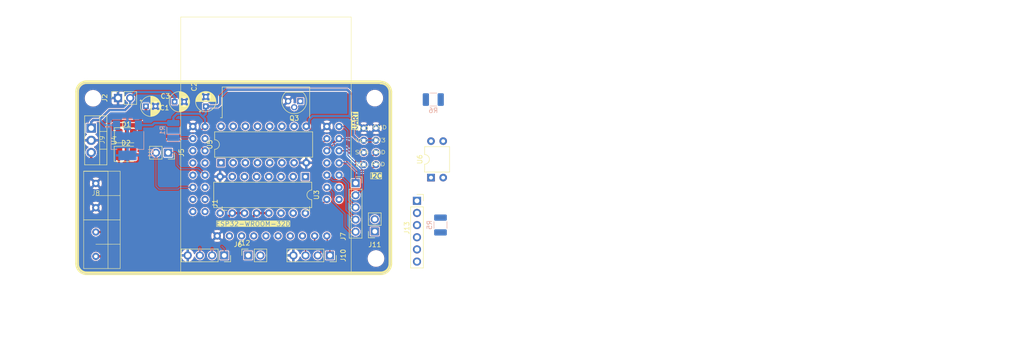
<source format=kicad_pcb>
(kicad_pcb (version 20240108) (generator "pcbnew") (generator_version "8.0")
  (layers (0 "F.Cu" signal) (31 "B.Cu" signal) (34 "B.Paste" user) (35 "F.Paste" user) (36 "B.SilkS" user "B.Silkscreen") (37 "F.SilkS" user "F.Silkscreen") (38 "B.Mask" user) (39 "F.Mask" user) (44 "Edge.Cuts" user))
  (net 0 "")
  (net 1 "GND")
  (net 2 "+3V3")
  (net 3 "+5V")
  (net 4 "/RXD")
  (net 5 "/TXD")
  (net 6 "/SDA")
  (net 7 "/OUT2")
  (net 8 "/OUT3")
  (net 9 "/SCL")
  (net 10 "/OUT1")
  (net 11 "/EN")
  (net 12 "/SOURCE2")
  (net 13 "/SOURCE1")
  (net 14 "/SOURCE3")
  (net 15 "/VDC")
  (net 16 "/DAC1")
  (net 17 "/DAC2")
  (net 18 "/GPIO13")
  (net 19 "/GPIO19")
  (net 20 "/GPIO17")
  (net 21 "/GPIO5")
  (net 22 "/GPIO18")
  (net 23 "/GPIO36")
  (net 24 "/ADC2_CH3")
  (net 25 "/GPIO32")
  (net 26 "/GPIO34")
  (net 27 "/SD_DATA1")
  (net 28 "/SD_DATA2")
  (net 29 "/SD_CLK")
  (net 30 "/SD_CMD")
  (net 31 "/SD_DATA3")
  (net 32 "/ADC2_CH0")
  (net 33 "/GPIO23")
  (net 34 "/SD_DATA0")
  (net 35 "/GPIO27")
  (net 36 "/ADC2_CH2")
  (net 37 "/BOOT")
  (net 38 "/V1-")
  (net 39 "/V1+")
  (net 40 "/GPIO39")
  (net 41 "/DTR")
  (net 42 "/RTS")
  (net 43 "/OUT4")
  (net 44 "/SOURCE4")
  (net 45 "/OUT5")
  (net 46 "/SOURCE5")
  (net 53 "Net-(D3-A)")
  (net 54 "Net-(Q3-B)")
  (net 55 "Net-(R5-Pad1)")
  (net 56 "Net-(R6-Pad2)")
  (net 57 "/I1")
  (net 59 "/I3")
  (net 60 "/I6")
  (net 61 "/I7")
  (net 62 "/I5")
  (footprint "Capacitor_THT:CP_Radial_D4.0mm_P2.00mm" (layer "F.Cu") (at 106.75 44.9726 90)
    (property "Reference" "C2" (at 4.1 -2.42 -90) (layer "F.SilkS"))
    (property "Value" "1uF")
    (pad "1" thru_hole rect (at 0 0 90) (size 1.2 1.2) (drill 0.6) (layers "*.Cu" "*.Mask") (net 2 "+3V3"))
    (pad "2" thru_hole circle (at 2 0 90) (size 1.2 1.2) (drill 0.6) (layers "*.Cu" "*.Mask") (net 1 "GND"))
  )
  (footprint "Connector_PinSocket_2.54mm:PinSocket_1x02_P2.54mm_Vertical" (layer "F.Cu") (at 142 71.09 180)
    (property "Reference" "J11" (at 0 -2.77 180) (layer "F.SilkS"))
    (property "Value" "Conn_01x02_Socket")
    (pad "1" thru_hole rect (at 0 0 180) (size 1.7 1.7) (drill 1) (layers "*.Cu" "*.Mask") (net 3 "+5V"))
    (pad "2" thru_hole oval (at 0 2.54 180) (size 1.7 1.7) (drill 1) (layers "*.Cu" "*.Mask") (net 53 "Net-(D3-A)"))
  )
  (footprint "LED_SMD:LED_1210_3225Metric_Pad1.42x2.65mm_HandSolder" (layer "F.Cu") (at 90.1125 54.9)
    (property "Reference" "D2" (at 0 -2.28 0) (layer "F.SilkS"))
    (property "Value" "LED")
    (pad "1" smd roundrect (at -1.4875 0) (size 1.425 2.65) (layers "F.Cu" "F.Paste" "F.Mask") (roundrect_rratio 0.175439) (net 1 "GND"))
    (pad "2" smd roundrect (at 1.4875 0) (size 1.425 2.65) (layers "F.Cu" "F.Paste" "F.Mask") (roundrect_rratio 0.175439) (net 26 "/GPIO34"))
  )
  (footprint "Alexander Footprints Library:ESP32-WROOM-Adapter-Socket-2" (layer "F.Cu") (at 119.3 56.79)
    (property "Reference" "J1" (at -10.61 8.43 90) (layer "F.SilkS"))
    (property "Value" "~")
    (fp_text user "ESP32-WROOM-32D" (at -10.5 13.31 0) (layer "F.SilkS" knockout) (effects (font (thickness 0.1)) (justify left bottom)))
    (pad "" thru_hole circle (at -15.24 10.16) (size 1.524 1.524) (drill 0.762) (layers "*.Cu" "*.Mask"))
    (pad "" thru_hole circle (at -12.7 10.16) (size 1.524 1.524) (drill 0.762) (layers "*.Cu" "*.Mask"))
    (pad "1" thru_hole circle (at -15.24 -7.62) (size 1.524 1.524) (drill 0.762) (layers "*.Cu" "*.Mask") (net 1 "GND"))
    (pad "2" thru_hole circle (at -12.7 -7.62) (size 1.524 1.524) (drill 0.762) (layers "*.Cu" "*.Mask") (net 2 "+3V3"))
    (pad "3" thru_hole circle (at -15.24 -5.08) (size 1.524 1.524) (drill 0.762) (layers "*.Cu" "*.Mask") (net 11 "/EN"))
    (pad "4" thru_hole circle (at -12.7 -5.08) (size 1.524 1.524) (drill 0.762) (layers "*.Cu" "*.Mask") (net 23 "/GPIO36"))
    (pad "5" thru_hole circle (at -15.24 -2.54) (size 1.524 1.524) (drill 0.762) (layers "*.Cu" "*.Mask") (net 40 "/GPIO39"))
    (pad "6" thru_hole circle (at -12.7 -2.54) (size 1.524 1.524) (drill 0.762) (layers "*.Cu" "*.Mask") (net 26 "/GPIO34"))
    (pad "7" thru_hole circle (at -15.24 0) (size 1.524 1.524) (drill 0.762) (layers "*.Cu" "*.Mask") (net 45 "/OUT5"))
    (pad "8" thru_hole circle (at -12.7 0) (size 1.524 1.524) (drill 0.762) (layers "*.Cu" "*.Mask") (net 25 "/GPIO32"))
    (pad "9" thru_hole circle (at -15.24 2.54) (size 1.524 1.524) (drill 0.762) (layers "*.Cu" "*.Mask") (net 43 "/OUT4"))
    (pad "10" thru_hole circle (at -12.7 2.54) (size 1.524 1.524) (drill 0.762) (layers "*.Cu" "*.Mask") (net 16 "/DAC1"))
    (pad "11" thru_hole circle (at -15.24 5.08) (size 1.524 1.524) (drill 0.762) (layers "*.Cu" "*.Mask") (net 17 "/DAC2"))
    (pad "12" thru_hole circle (at -12.7 5.08) (size 1.524 1.524) (drill 0.762) (layers "*.Cu" "*.Mask") (net 35 "/GPIO27"))
    (pad "13" thru_hole circle (at -15.24 7.62) (size 1.524 1.524) (drill 0.762) (layers "*.Cu" "*.Mask") (net 8 "/OUT3"))
    (pad "14" thru_hole circle (at -12.7 7.62) (size 1.524 1.524) (drill 0.762) (layers "*.Cu" "*.Mask") (net 7 "/OUT2"))
    (pad "15" thru_hole circle (at -10.16 15.24 90) (size 1.524 1.524) (drill 0.762) (layers "*.Cu" "*.Mask") (net 1 "GND"))
    (pad "16" thru_hole circle (at -7.62 15.24 90) (size 1.524 1.524) (drill 0.762) (layers "*.Cu" "*.Mask") (net 18 "/GPIO13"))
    (pad "17" thru_hole circle (at -5.08 15.24 90) (size 1.524 1.524) (drill 0.762) (layers "*.Cu" "*.Mask") (net 28 "/SD_DATA2"))
    (pad "18" thru_hole circle (at -2.54 15.24 90) (size 1.524 1.524) (drill 0.762) (layers "*.Cu" "*.Mask") (net 31 "/SD_DATA3"))
    (pad "19" thru_hole circle (at 0 15.24 90) (size 1.524 1.524) (drill 0.762) (layers "*.Cu" "*.Mask") (net 30 "/SD_CMD"))
    (pad "20" thru_hole circle (at 2.54 15.24 90) (size 1.524 1.524) (drill 0.762) (layers "*.Cu" "*.Mask") (net 29 "/SD_CLK"))
    (pad "21" thru_hole circle (at 5.08 15.24 90) (size 1.524 1.524) (drill 0.762) (layers "*.Cu" "*.Mask") (net 34 "/SD_DATA0"))
    (pad "22" thru_hole circle (at 7.62 15.24 90) (size 1.524 1.524) (drill 0.762) (layers "*.Cu" "*.Mask") (net 27 "/SD_DATA1"))
    (pad "23" thru_hole circle (at 10.16 15.24 90) (size 1.524 1.524) (drill 0.762) (layers "*.Cu" "*.Mask") (net 24 "/ADC2_CH3"))
    (pad "24" thru_hole circle (at 12.7 15.24 90) (size 1.524 1.524) (drill 0.762) (layers "*.Cu" "*.Mask") (net 36 "/ADC2_CH2"))
    (pad "25" thru_hole circle (at 15.24 7.62) (size 1.524 1.524) (drill 0.762) (layers "*.Cu" "*.Mask") (net 37 "/BOOT"))
    (pad "26" thru_hole circle (at 12.7 7.62) (size 1.524 1.524) (drill 0.762) (layers "*.Cu" "*.Mask") (net 32 "/ADC2_CH0"))
    (pad "27" thru_hole circle (at 15.24 5.08) (size 1.524 1.524) (drill 0.762) (layers "*.Cu" "*.Mask") (net 10 "/OUT1"))
    (pad "28" thru_hole circle (at 12.7 5.08) (size 1.524 1.524) (drill 0.762) (layers "*.Cu" "*.Mask") (net 20 "/GPIO17"))
    (pad "29" thru_hole circle (at 15.24 2.54) (size 1.524 1.524) (drill 0.762) (layers "*.Cu" "*.Mask") (net 21 "/GPIO5"))
    (pad "30" thru_hole circle (at 12.7 2.54) (size 1.524 1.524) (drill 0.762) (layers "*.Cu" "*.Mask") (net 22 "/GPIO18"))
    (pad "31" thru_hole circle (at 15.24 0) (size 1.524 1.524) (drill 0.762) (layers "*.Cu" "*.Mask") (net 19 "/GPIO19"))
    (pad "32" thru_hole circle (at 12.7 0) (size 1.524 1.524) (drill 0.762) (layers "*.Cu" "*.Mask"))
    (pad "33" thru_hole circle (at 15.24 -2.54) (size 1.524 1.524) (drill 0.762) (layers "*.Cu" "*.Mask") (net 6 "/SDA"))
    (pad "34" thru_hole circle (at 12.7 -2.54) (size 1.524 1.524) (drill 0.762) (layers "*.Cu" "*.Mask") (net 4 "/RXD"))
    (pad "35" thru_hole circle (at 15.24 -5.08) (size 1.524 1.524) (drill 0.762) (layers "*.Cu" "*.Mask") (net 5 "/TXD"))
    (pad "36" thru_hole circle (at 12.7 -5.08) (size 1.524 1.524) (drill 0.762) (layers "*.Cu" "*.Mask") (net 9 "/SCL"))
    (pad "37" thru_hole circle (at 15.24 -7.62) (size 1.524 1.524) (drill 0.762) (layers "*.Cu" "*.Mask") (net 33 "/GPIO23"))
    (pad "38" thru_hole circle (at 12.7 -7.62) (size 1.524 1.524) (drill 0.762) (layers "*.Cu" "*.Mask") (net 1 "GND"))
  )
  (footprint "MountingHole:MountingHole_3mm" (layer "F.Cu") (at 142 43.25)
    (property "Reference" "H1" (hide yes))
    (property "Value" "MountingHole_Pad")
    (pad "" np_thru_hole circle (at 0 0) (size 3 3) (drill 3) (layers "*.Cu" "*.Mask"))
  )
  (footprint "MountingHole:MountingHole_3mm" (layer "F.Cu") (at 83.25 43.28)
    (property "Reference" "H2" (hide yes))
    (property "Value" "MountingHole_Pad")
    (pad "" np_thru_hole circle (at 0 0) (size 3 3) (drill 3) (layers "*.Cu" "*.Mask"))
  )
  (footprint "Package_DIP:DIP-16_W7.62mm" (layer "F.Cu") (at 127.52 59.65 -90)
    (property "Reference" "U3" (at 3.81 -2.33 90) (layer "F.SilkS"))
    (property "Value" "ULN2003")
    (pad "1" thru_hole rect (at 0 0 270) (size 1.6 1.6) (drill 0.8) (layers "*.Cu" "*.Mask"))
    (pad "2" thru_hole oval (at 0 2.54 270) (size 1.6 1.6) (drill 0.8) (layers "*.Cu" "*.Mask") (net 57 "/I1"))
    (pad "3" thru_hole oval (at 0 5.08 270) (size 1.6 1.6) (drill 0.8) (layers "*.Cu" "*.Mask") (net 59 "/I3"))
    (pad "4" thru_hole oval (at 0 7.62 270) (size 1.6 1.6) (drill 0.8) (layers "*.Cu" "*.Mask") (net 62 "/I5"))
    (pad "5" thru_hole oval (at 0 10.16 270) (size 1.6 1.6) (drill 0.8) (layers "*.Cu" "*.Mask") (net 62 "/I5"))
    (pad "6" thru_hole oval (at 0 12.7 270) (size 1.6 1.6) (drill 0.8) (layers "*.Cu" "*.Mask") (net 61 "/I7"))
    (pad "7" thru_hole oval (at 0 15.24 270) (size 1.6 1.6) (drill 0.8) (layers "*.Cu" "*.Mask") (net 61 "/I7"))
    (pad "8" thru_hole oval (at 0 17.78 270) (size 1.6 1.6) (drill 0.8) (layers "*.Cu" "*.Mask") (net 1 "GND"))
    (pad "9" thru_hole oval (at 7.62 17.78 270) (size 1.6 1.6) (drill 0.8) (layers "*.Cu" "*.Mask") (net 3 "+5V"))
    (pad "10" thru_hole oval (at 7.62 15.24 270) (size 1.6 1.6) (drill 0.8) (layers "*.Cu" "*.Mask") (net 12 "/SOURCE2"))
    (pad "11" thru_hole oval (at 7.62 12.7 270) (size 1.6 1.6) (drill 0.8) (layers "*.Cu" "*.Mask") (net 12 "/SOURCE2"))
    (pad "12" thru_hole oval (at 7.62 10.16 270) (size 1.6 1.6) (drill 0.8) (layers "*.Cu" "*.Mask") (net 13 "/SOURCE1"))
    (pad "13" thru_hole oval (at 7.62 7.62 270) (size 1.6 1.6) (drill 0.8) (layers "*.Cu" "*.Mask") (net 13 "/SOURCE1"))
    (pad "14" thru_hole oval (at 7.62 5.08 270) (size 1.6 1.6) (drill 0.8) (layers "*.Cu" "*.Mask"))
    (pad "15" thru_hole oval (at 7.62 2.54 270) (size 1.6 1.6) (drill 0.8) (layers "*.Cu" "*.Mask"))
    (pad "16" thru_hole oval (at 7.62 0 270) (size 1.6 1.6) (drill 0.8) (layers "*.Cu" "*.Mask"))
  )
  (footprint "Alexander Footprints Library:Conn_Terminal_5mm" (layer "F.Cu") (at 83.82 53.44)
    (property "Reference" "J9" (at 1.33 -1.49 90) (layer "F.SilkS") (effects (font (thickness 0.1))))
    (property "Value" "Conn_01x02_Socket")
    (pad "1" thru_hole circle (at 0 7.62) (size 1.524 1.524) (drill 0.762) (layers "*.Cu" "*.Mask") (net 1 "GND"))
    (pad "2" thru_hole circle (at 0 12.7) (size 1.524 1.524) (drill 0.762) (layers "*.Cu" "*.Mask") (net 1 "GND"))
  )
  (footprint "Package_DIP:DIP-16_W7.62mm" (layer "F.Cu") (at 109.925 56.75 90)
    (property "Reference" "U5" (at 3.81 -2.33 -90) (layer "F.SilkS"))
    (property "Value" "74LS595")
    (pad "1" thru_hole rect (at 0 0 90) (size 1.6 1.6) (drill 0.8) (layers "*.Cu" "*.Mask") (net 61 "/I7"))
    (pad "2" thru_hole oval (at 0 2.54 90) (size 1.6 1.6) (drill 0.8) (layers "*.Cu" "*.Mask") (net 61 "/I7"))
    (pad "3" thru_hole oval (at 0 5.08 90) (size 1.6 1.6) (drill 0.8) (layers "*.Cu" "*.Mask") (net 60 "/I6"))
    (pad "4" thru_hole oval (at 0 7.62 90) (size 1.6 1.6) (drill 0.8) (layers "*.Cu" "*.Mask") (net 62 "/I5"))
    (pad "5" thru_hole oval (at 0 10.16 90) (size 1.6 1.6) (drill 0.8) (layers "*.Cu" "*.Mask") (net 62 "/I5"))
    (pad "6" thru_hole oval (at 0 12.7 90) (size 1.6 1.6) (drill 0.8) (layers "*.Cu" "*.Mask") (net 59 "/I3"))
    (pad "7" thru_hole oval (at 0 15.24 90) (size 1.6 1.6) (drill 0.8) (layers "*.Cu" "*.Mask") (net 57 "/I1"))
    (pad "8" thru_hole oval (at 0 17.78 90) (size 1.6 1.6) (drill 0.8) (layers "*.Cu" "*.Mask") (net 1 "GND"))
    (pad "9" thru_hole oval (at 7.62 17.78 90) (size 1.6 1.6) (drill 0.8) (layers "*.Cu" "*.Mask"))
    (pad "10" thru_hole oval (at 7.62 15.24 90) (size 1.6 1.6) (drill 0.8) (layers "*.Cu" "*.Mask"))
    (pad "11" thru_hole oval (at 7.62 12.7 90) (size 1.6 1.6) (drill 0.8) (layers "*.Cu" "*.Mask"))
    (pad "12" thru_hole oval (at 7.62 10.16 90) (size 1.6 1.6) (drill 0.8) (layers "*.Cu" "*.Mask"))
    (pad "13" thru_hole oval (at 7.62 7.62 90) (size 1.6 1.6) (drill 0.8) (layers "*.Cu" "*.Mask"))
    (pad "14" thru_hole oval (at 7.62 5.08 90) (size 1.6 1.6) (drill 0.8) (layers "*.Cu" "*.Mask"))
    (pad "15" thru_hole oval (at 7.62 2.54 90) (size 1.6 1.6) (drill 0.8) (layers "*.Cu" "*.Mask"))
    (pad "16" thru_hole oval (at 7.62 0 90) (size 1.6 1.6) (drill 0.8) (layers "*.Cu" "*.Mask") (net 3 "+5V"))
  )
  (footprint "Connector_PinSocket_2.54mm:PinSocket_1x05_P2.54mm_Vertical" (layer "F.Cu") (at 138 61)
    (property "Reference" "J7" (at -2.6 11.15 90) (layer "F.SilkS"))
    (property "Value" "GPIO")
    (pad "1" thru_hole rect (at 0 0) (size 1.7 1.7) (drill 1) (layers "*.Cu" "*.Mask") (net 19 "/GPIO19"))
    (pad "2" thru_hole oval (at 0 2.54) (size 1.7 1.7) (drill 1) (layers "*.Cu" "*.Mask") (net 33 "/GPIO23"))
    (pad "3" thru_hole oval (at 0 5.08) (size 1.7 1.7) (drill 1) (layers "*.Cu" "*.Mask") (net 21 "/GPIO5"))
    (pad "4" thru_hole oval (at 0 7.62) (size 1.7 1.7) (drill 1) (layers "*.Cu" "*.Mask") (net 22 "/GPIO18"))
    (pad "5" thru_hole oval (at 0 10.16) (size 1.7 1.7) (drill 1) (layers "*.Cu" "*.Mask") (net 20 "/GPIO17"))
  )
  (footprint "Connector_PinSocket_2.54mm:PinSocket_1x02_P2.54mm_Vertical" (layer "F.Cu") (at 88.45 43.22 90)
    (property "Reference" "J2" (at 0 -2.77 -90) (layer "F.SilkS"))
    (property "Value" "PWD")
    (pad "1" thru_hole rect (at 0 0 90) (size 1.7 1.7) (drill 1) (layers "*.Cu" "*.Mask") (net 1 "GND"))
    (pad "2" thru_hole oval (at 0 2.54 90) (size 1.7 1.7) (drill 1) (layers "*.Cu" "*.Mask") (net 15 "/VDC"))
  )
  (footprint "Connector_PinSocket_2.54mm:PinSocket_1x02_P2.54mm_Vertical" (layer "F.Cu") (at 115.6 76.1 90)
    (property "Reference" "J12" (at 2.6 -0.92 180) (layer "F.SilkS"))
    (property "Value" "Conn_01x02_Socket")
    (pad "1" thru_hole rect (at 0 0 90) (size 1.7 1.7) (drill 1) (layers "*.Cu" "*.Mask") (net 39 "/V1+"))
    (pad "2" thru_hole oval (at 0 2.54 90) (size 1.7 1.7) (drill 1) (layers "*.Cu" "*.Mask") (net 38 "/V1-"))
  )
  (footprint "Connector_PinSocket_2.54mm:PinSocket_1x04_P2.54mm_Vertical" (layer "F.Cu") (at 110.6 76.1 -90)
    (property "Reference" "J6" (at -2.3 -2.87 180) (layer "F.SilkS"))
    (property "Value" "SOURCE")
    (pad "1" thru_hole rect (at 0 0 270) (size 1.7 1.7) (drill 1) (layers "*.Cu" "*.Mask") (net 14 "/SOURCE3"))
    (pad "2" thru_hole oval (at 0 2.54 270) (size 1.7 1.7) (drill 1) (layers "*.Cu" "*.Mask") (net 44 "/SOURCE4"))
    (pad "3" thru_hole oval (at 0 5.08 270) (size 1.7 1.7) (drill 1) (layers "*.Cu" "*.Mask") (net 46 "/SOURCE5"))
    (pad "4" thru_hole oval (at 0 7.62 270) (size 1.7 1.7) (drill 1) (layers "*.Cu" "*.Mask") (net 1 "GND"))
  )
  (footprint "Connector_PinSocket_2.54mm:PinSocket_1x04_P2.54mm_Vertical" (layer "F.Cu") (at 132.64 76.1 -90)
    (property "Reference" "J10" (at 0 -2.77 90) (layer "F.SilkS"))
    (property "Value" "ADC")
    (pad "1" thru_hole rect (at 0 0 270) (size 1.7 1.7) (drill 1) (layers "*.Cu" "*.Mask") (net 36 "/ADC2_CH2"))
    (pad "2" thru_hole oval (at 0 2.54 270) (size 1.7 1.7) (drill 1) (layers "*.Cu" "*.Mask") (net 32 "/ADC2_CH0"))
    (pad "3" thru_hole oval (at 0 5.08 270) (size 1.7 1.7) (drill 1) (layers "*.Cu" "*.Mask") (net 24 "/ADC2_CH3"))
    (pad "4" thru_hole oval (at 0 7.62 270) (size 1.7 1.7) (drill 1) (layers "*.Cu" "*.Mask") (net 1 "GND"))
  )
  (footprint "Capacitor_THT:CP_Radial_D4.0mm_P2.00mm" (layer "F.Cu") (at 94.267401 44.948)
    (property "Reference" "C3" (at 4.05 -2.1 0) (layer "F.SilkS"))
    (property "Value" "1uF")
    (pad "1" thru_hole rect (at 0 0) (size 1.2 1.2) (drill 0.6) (layers "*.Cu" "*.Mask") (net 3 "+5V"))
    (pad "2" thru_hole circle (at 2 0) (size 1.2 1.2) (drill 0.6) (layers "*.Cu" "*.Mask") (net 1 "GND"))
  )
  (footprint "Connector_PinSocket_2.54mm:PinSocket_1x02_P2.54mm_Vertical" (layer "F.Cu") (at 98.9 54.65 -90)
    (property "Reference" "J5" (at 0 -2.77 90) (layer "F.SilkS"))
    (property "Value" "DAC_Socket")
    (pad "1" thru_hole rect (at 0 0 270) (size 1.7 1.7) (drill 1) (layers "*.Cu" "*.Mask") (net 16 "/DAC1"))
    (pad "2" thru_hole oval (at 0 2.54 270) (size 1.7 1.7) (drill 1) (layers "*.Cu" "*.Mask") (net 17 "/DAC2"))
  )
  (footprint "Alexander Footprints Library:Conn_UART" (layer "F.Cu") (at 139.7 41.9)
    (property "Reference" "J3" (hide yes))
    (property "Value" "UART")
    (fp_text user "3V3" (at 3.2 10.16 0) (layer "F.SilkS") (effects (font (size 0.8 1) (thickness 0.1))))
    (fp_text user "GND" (at 3.3 7.46 0) (layer "F.SilkS") (effects (font (size 0.8 1) (thickness 0.1))))
    (fp_text user "RXD" (at 3 15.16 0) (layer "F.SilkS") (effects (font (size 0.8 1) (thickness 0.1))))
    (fp_text user "TXD" (at 3.2 12.66 0) (layer "F.SilkS") (effects (font (size 0.8 1) (thickness 0.1))))
    (fp_text user "UART" (at -1.2 6.16 90) (layer "F.SilkS" knockout) (effects (font (thickness 0.2) (bold yes)) (justify bottom)))
    (pad "3V3" thru_hole circle (at 0 10.16) (size 1.524 1.524) (drill 0.762) (layers "*.Cu" "*.Mask") (net 2 "+3V3"))
    (pad "GND" thru_hole circle (at 0 7.62) (size 1.524 1.524) (drill 0.762) (layers "*.Cu" "*.Mask") (net 1 "GND"))
    (pad "RXD" thru_hole circle (at 0 15.24) (size 1.524 1.524) (drill 0.762) (layers "*.Cu" "*.Mask") (net 4 "/RXD"))
    (pad "TXD" thru_hole circle (at 0 12.7) (size 1.524 1.524) (drill 0.762) (layers "*.Cu" "*.Mask") (net 5 "/TXD"))
  )
  (footprint "Capacitor_THT:CP_Radial_D4.0mm_P2.00mm" (layer "F.Cu") (at 100.25 44)
    (property "Reference" "C1" (at -2.1 1.28 0) (layer "F.SilkS"))
    (property "Value" "1uF")
    (pad "1" thru_hole rect (at 0 0) (size 1.2 1.2) (drill 0.6) (layers "*.Cu" "*.Mask") (net 15 "/VDC"))
    (pad "2" thru_hole circle (at 2 0) (size 1.2 1.2) (drill 0.6) (layers "*.Cu" "*.Mask") (net 1 "GND"))
  )
  (footprint "Package_DIP:DIP-4_W7.62mm" (layer "F.Cu") (at 153.725 59.85 90)
    (property "Reference" "U6" (at 3.81 -2.33 -90) (layer "F.SilkS"))
    (property "Value" "PC817")
    (pad "1" thru_hole rect (at 0 0 90) (size 1.6 1.6) (drill 0.8) (layers "*.Cu" "*.Mask") (net 55 "Net-(R5-Pad1)"))
    (pad "2" thru_hole oval (at 0 2.54 90) (size 1.6 1.6) (drill 0.8) (layers "*.Cu" "*.Mask") (net 1 "GND"))
    (pad "3" thru_hole oval (at 7.62 2.54 90) (size 1.6 1.6) (drill 0.8) (layers "*.Cu" "*.Mask") (net 56 "Net-(R6-Pad2)"))
    (pad "4" thru_hole oval (at 7.62 0 90) (size 1.6 1.6) (drill 0.8) (layers "*.Cu" "*.Mask") (net 3 "+5V"))
  )
  (footprint "Alexander Footprints Library:LD1117" (layer "F.Cu") (at 82.855 49.52 -90)
    (property "Reference" "U4" (at 2.54 -4.745 90) (layer "F.SilkS"))
    (property "Value" "L7805")
    (pad "1" thru_hole rect (at 0 0 270) (size 1.905 2) (drill 1.1) (layers "*.Cu" "*.Mask") (net 15 "/VDC"))
    (pad "2" thru_hole oval (at 2.54 0 270) (size 1.905 2) (drill 1.1) (layers "*.Cu" "*.Mask") (net 1 "GND"))
    (pad "3" thru_hole oval (at 5.08 0 270) (size 1.905 2) (drill 1.1) (layers "*.Cu" "*.Mask") (net 3 "+5V"))
  )
  (footprint "Alexander Footprints Library:Conn_I2C" (layer "F.Cu") (at 142.24 41.9)
    (property "Reference" "J4" (hide yes))
    (property "Value" "I2C")
    (fp_text user "I2C" (at 0.01 18.206 0) (layer "F.SilkS" knockout) (effects (font (thickness 0.2) (bold yes)) (justify bottom)))
    (fp_text user "SCL" (at -2.99 15.24 0) (layer "F.SilkS") (effects (font (size 0.8 1) (thickness 0.1))))
    (fp_text user "SDA" (at -2.99 12.666 0) (layer "F.SilkS") (effects (font (size 0.8 1) (thickness 0.1))))
    (fp_text user "GND" (at -2.99 7.666 0) (layer "F.SilkS") (effects (font (size 0.8 1) (thickness 0.1))))
    (fp_text user "Vcc" (at -2.99 10.16 0) (layer "F.SilkS") (effects (font (size 0.8 1) (thickness 0.1))))
    (pad "GND" thru_hole circle (at 0 7.62) (size 1.524 1.524) (drill 0.762) (layers "*.Cu" "*.Mask") (net 1 "GND"))
    (pad "SCL" thru_hole circle (at 0 15.24) (size 1.524 1.524) (drill 0.762) (layers "*.Cu" "*.Mask") (net 9 "/SCL"))
    (pad "SDA" thru_hole circle (at 0 12.7) (size 1.524 1.524) (drill 0.762) (layers "*.Cu" "*.Mask") (net 6 "/SDA"))
    (pad "Vcc" thru_hole circle (at 0 10.16) (size 1.524 1.524) (drill 0.762) (layers "*.Cu" "*.Mask") (net 2 "+3V3"))
  )
  (footprint "LED_SMD:LED_1210_3225Metric_Pad1.42x2.65mm_HandSolder" (layer "F.Cu") (at 90.16 51)
    (property "Reference" "D1" (at 0 -2.28 0) (layer "F.SilkS"))
    (property "Value" "LED")
    (pad "1" smd roundrect (at -1.4875 0) (size 1.425 2.65) (layers "F.Cu" "F.Paste" "F.Mask") (roundrect_rratio 0.175439) (net 1 "GND"))
    (pad "2" smd roundrect (at 1.4875 0) (size 1.425 2.65) (layers "F.Cu" "F.Paste" "F.Mask") (roundrect_rratio 0.175439) (net 2 "+3V3"))
  )
  (footprint "MountingHole:MountingHole_3mm" (layer "F.Cu") (at 142.25 76.75)
    (property "Reference" "H4" (hide yes))
    (property "Value" "MountingHole_Pad")
    (pad "" np_thru_hole circle (at 0 0) (size 3 3) (drill 3) (layers "*.Cu" "*.Mask"))
  )
  (footprint "Connector_PinSocket_2.54mm:PinSocket_1x06_P2.54mm_Vertical" (layer "F.Cu") (at 150.8 64.69)
    (property "Reference" "J13" (at -2.12 5.67 90) (layer "F.SilkS"))
    (property "Value" "Conn_01x06_Socket")
    (pad "1" thru_hole rect (at 0 0) (size 1.7 1.7) (drill 1) (layers "*.Cu" "*.Mask") (net 2 "+3V3"))
    (pad "2" thru_hole oval (at 0 2.54) (size 1.7 1.7) (drill 1) (layers "*.Cu" "*.Mask") (net 1 "GND"))
    (pad "3" thru_hole oval (at 0 5.08) (size 1.7 1.7) (drill 1) (layers "*.Cu" "*.Mask") (net 5 "/TXD"))
    (pad "4" thru_hole oval (at 0 7.62) (size 1.7 1.7) (drill 1) (layers "*.Cu" "*.Mask") (net 4 "/RXD"))
    (pad "5" thru_hole oval (at 0 10.16) (size 1.7 1.7) (drill 1) (layers "*.Cu" "*.Mask") (net 42 "/RTS"))
    (pad "6" thru_hole oval (at 0 12.7) (size 1.7 1.7) (drill 1) (layers "*.Cu" "*.Mask") (net 41 "/DTR"))
  )
  (footprint "Alexander Footprints Library:Conn_Terminal_5mm" (layer "F.Cu") (at 83.82 63.6)
    (property "Reference" "J8" (at 0 -0.5 0) (layer "F.SilkS") (effects (font (thickness 0.1))))
    (property "Value" "Conn_01x02_Socket")
    (pad "1" thru_hole circle (at 0 7.62) (size 1.524 1.524) (drill 0.762) (layers "*.Cu" "*.Mask") (net 12 "/SOURCE2"))
    (pad "2" thru_hole circle (at 0 12.7) (size 1.524 1.524) (drill 0.762) (layers "*.Cu" "*.Mask") (net 13 "/SOURCE1"))
  )
  (footprint "Package_TO_SOT_THT:TO-92" (layer "F.Cu") (at 126.47 43.89 180)
    (property "Reference" "Q3" (at 1.27 -3.56 180) (layer "F.SilkS"))
    (property "Value" "2N3904")
    (pad "1" thru_hole rect (at 0 0 180) (size 1.3 1.3) (drill 0.75) (layers "*.Cu" "*.Mask") (net 53 "Net-(D3-A)"))
    (pad "2" thru_hole circle (at 1.27 -1.27 180) (size 1.3 1.3) (drill 0.75) (layers "*.Cu" "*.Mask") (net 54 "Net-(Q3-B)"))
    (pad "3" thru_hole circle (at 2.54 0 180) (size 1.3 1.3) (drill 0.75) (layers "*.Cu" "*.Mask") (net 1 "GND"))
  )
  (footprint "Resistor_SMD:R_1210_3225Metric_Pad1.30x2.65mm_HandSolder" (layer "B.Cu") (at 100 50 -90)
    (property "Reference" "R1" (at 0 2.28 90) (layer "B.SilkS") (effects (justify mirror)))
    (property "Value" "10K")
    (pad "1" smd roundrect (at -1.55 0 270) (size 1.3 2.65) (layers "B.Cu" "B.Paste" "B.Mask") (roundrect_rratio 0.192308) (net 2 "+3V3"))
    (pad "2" smd roundrect (at 1.55 0 270) (size 1.3 2.65) (layers "B.Cu" "B.Paste" "B.Mask") (roundrect_rratio 0.192308) (net 11 "/EN"))
  )
  (footprint "Resistor_SMD:R_1210_3225Metric_Pad1.30x2.65mm_HandSolder" (layer "B.Cu") (at 155.7 69.75 -90)
    (property "Reference" "R5" (at 0 2.28 90) (layer "B.SilkS") (effects (justify mirror)))
    (property "Value" "470")
    (pad "1" smd roundrect (at -1.55 0 270) (size 1.3 2.65) (layers "B.Cu" "B.Paste" "B.Mask") (roundrect_rratio 0.192308) (net 55 "Net-(R5-Pad1)"))
    (pad "2" smd roundrect (at 1.55 0 270) (size 1.3 2.65) (layers "B.Cu" "B.Paste" "B.Mask") (roundrect_rratio 0.192308) (net 18 "/GPIO13"))
  )
  (footprint "Package_TO_SOT_SMD:SOT-223-3_TabPin2" (layer "B.Cu") (at 90.414 52.06 -90)
    (property "Reference" "U1" (at 2.7 -4.9 90) (layer "B.SilkS") (effects (justify mirror)))
    (property "Value" "MAX1726EUK33")
    (pad "1" smd rect (at -3.15 2.3 270) (size 2 1.5) (layers "B.Cu" "B.Paste" "B.Mask") (net 15 "/VDC"))
    (pad "2" smd rect (at -3.15 0 270) (size 2 1.5) (layers "B.Cu" "B.Paste" "B.Mask") (net 1 "GND"))
    (pad "2" smd rect (at 3.15 0 270) (size 2 3.8) (layers "B.Cu" "B.Paste" "B.Mask") (net 1 "GND"))
    (pad "3" smd rect (at -3.15 -2.3 270) (size 2 1.5) (layers "B.Cu" "B.Paste" "B.Mask") (net 2 "+3V3"))
  )
  (footprint "Resistor_SMD:R_1210_3225Metric_Pad1.30x2.65mm_HandSolder" (layer "B.Cu") (at 154.2 43.55)
    (property "Reference" "R6" (at 0 2.28 0) (layer "B.SilkS") (effects (justify mirror)))
    (property "Value" "120")
    (pad "1" smd roundrect (at -1.55 0) (size 1.3 2.65) (layers "B.Cu" "B.Paste" "B.Mask") (roundrect_rratio 0.192308) (net 54 "Net-(Q3-B)"))
    (pad "2" smd roundrect (at 1.55 0) (size 1.3 2.65) (layers "B.Cu" "B.Paste" "B.Mask") (roundrect_rratio 0.192308) (net 56 "Net-(R6-Pad2)"))
  )
  (gr_line (start 145.25 41.86421) (end 145.25 77.835782) (stroke (width 0.75)) (layer "F.SilkS"))
  (gr_line (start 81.914218 39.914218) (end 143.08579 39.914218) (stroke (width 0.75)) (layer "F.SilkS"))
  (gr_arc (start 145.25 77.835782) (mid 144.664218 79.25) (end 143.25 79.835782) (stroke (width 0.75)) (layer "F.SilkS"))
  (gr_line (start 79.914218 41.86421) (end 79.914218 77.835782) (stroke (width 0.75)) (layer "F.SilkS"))
  (gr_arc (start 81.914218 79.835782) (mid 80.5 79.25) (end 79.914218 77.835782) (stroke (width 0.75)) (layer "F.SilkS"))
  (gr_arc (start 143.25 40) (mid 144.664218 40.585782) (end 145.25 42) (stroke (width 0.75)) (layer "F.SilkS"))
  (gr_arc (start 79.914218 41.914218) (mid 80.5 40.5) (end 81.914218 39.914218) (stroke (width 0.75)) (layer "F.SilkS"))
  (gr_line (start 81.914214 79.835782) (end 143.085786 79.835782) (stroke (width 0.75)) (layer "F.SilkS"))
  (gr_line (start 80 42) (end 80.014214 77.985786) (stroke (width 0.1)) (layer "Edge.Cuts"))
  (gr_arc (start 143.185786 40.014214) (mid 144.6 40.6) (end 145.185786 42.014214) (stroke (width 0.1)) (layer "Edge.Cuts"))
  (gr_arc (start 82.014214 79.985786) (mid 80.6 79.4) (end 80.014214 77.985786) (stroke (width 0.1)) (layer "Edge.Cuts"))
  (gr_line (start 145.185786 42.014214) (end 145.185786 77.985786) (stroke (width 0.1)) (layer "Edge.Cuts"))
  (gr_arc (start 80 42) (mid 80.585786 40.585786) (end 82 40) (stroke (width 0.1)) (layer "Edge.Cuts"))
  (gr_line (start 82.014214 79.985786) (end 143.185786 79.985786) (stroke (width 0.1)) (layer "Edge.Cuts"))
  (gr_arc (start 145.185786 77.985786) (mid 144.6 79.4) (end 143.185786 79.985786) (stroke (width 0.1)) (layer "Edge.Cuts"))
  (gr_line (start 143.185786 40.014214) (end 82 40) (stroke (width 0.1)) (layer "Edge.Cuts"))
  (segment (start 84.21 65.75) (end 83.82 66.14) (width 0.5) (layer "F.Cu") (net 1))
  (segment (start 109.75 44.5) (end 109.75 42.75) (width 0.5) (layer "F.Cu") (net 2))
  (segment (start 136.3 41.5) (end 137.4 42.6) (width 0.5) (layer "F.Cu") (net 2))
  (segment (start 109.2774 44.9726) (end 109.75 44.5) (width 0.5) (layer "F.Cu") (net 2))
  (segment (start 137.4 42.6) (end 137.4 51) (width 0.5) (layer "F.Cu") (net 2))
  (segment (start 137.4 51) (end 138.46 52.06) (width 0.5) (layer "F.Cu") (net 2))
  (segment (start 93.6515 51) (end 94.1515 50.5) (width 0.25) (layer "F.Cu") (net 2))
  (segment (start 109.75 42.75) (end 111 41.5) (width 0.5) (layer "F.Cu") (net 2))
  (segment (start 106.75 44.9726) (end 109.2774 44.9726) (width 0.5) (layer "F.Cu") (net 2))
  (segment (start 105.27 50.5) (end 106.6 49.17) (width 0.25) (layer "F.Cu") (net 2))
  (segment (start 94.1515 50.5) (end 105.27 50.5) (width 0.25) (layer "F.Cu") (net 2))
  (segment (start 91.6475 51) (end 93.6515 51) (width 0.25) (layer "F.Cu") (net 2))
  (segment (start 138.46 52.06) (end 139.7 52.06) (width 0.5) (layer "F.Cu") (net 2))
  (segment (start 111 41.5) (end 136.3 41.5) (width 0.5) (layer "F.Cu") (net 2))
  (segment (start 129 47) (end 136.75 47) (width 0.5) (layer "B.Cu") (net 2))
  (segment (start 106.75 46.5) (end 106.125 47.125) (width 0.5) (layer "B.Cu") (net 2))
  (segment (start 96.056 48.45) (end 100 48.45) (width 0.5) (layer "B.Cu") (net 2))
  (segment (start 136.75 47) (end 137.5 47.75) (width 0.5) (layer "B.Cu") (net 2))
  (segment (start 106.6 47.6) (end 106.6 49.17) (width 0.5) (layer "B.Cu") (net 2))
  (segment (start 137.5 51) (end 137.875 51.375) (width 0.5) (layer "B.Cu") (net 2))
  (segment (start 109.75 43) (end 111.25 41.5) (width 0.5) (layer "B.Cu") (net 2))
  (segment (start 109.75 44.5) (end 109.75 43) (width 0.5) (layer "B.Cu") (net 2))
  (segment (start 139.7 52.06) (end 142.24 52.06) (width 0.5) (layer "B.Cu") (net 2))
  (segment (start 128.27 49.53) (end 128.27 47.73) (width 0.5) (layer "B.Cu") (net 2))
  (segment (start 95.596 48.91) (end 92.714 48.91) (width 0.5) (layer "B.Cu") (net 2))
  (segment (start 105.5 46.5) (end 105.875 46.875) (width 0.5) (layer "B.Cu") (net 2))
  (segment (start 109.2774 44.9726) (end 109.75 44.5) (width 0.5) (layer "B.Cu") (net 2))
  (segment (start 111.25 41.5) (end 136.25 41.5) (width 0.5) (layer "B.Cu") (net 2))
  (segment (start 100.75 46.5) (end 105.5 46.5) (width 0.5) (layer "B.Cu") (net 2))
  (segment (start 128.27 47.73) (end 129 47) (width 0.5) (layer "B.Cu") (net 2))
  (segment (start 137.875 51.375) (end 138.56 52.06) (width 0.5) (layer "B.Cu") (net 2))
  (segment (start 106.75 44.9726) (end 109.2774 44.9726) (width 0.5) (layer "B.Cu") (net 2))
  (segment (start 95.596 48.91) (end 96.056 48.45) (width 0.5) (layer "B.Cu") (net 2))
  (segment (start 138.56 52.06) (end 139.7 52.06) (width 0.5) (layer "B.Cu") (net 2))
  (segment (start 100 48.45) (end 100 47.25) (width 0.5) (layer "B.Cu") (net 2))
  (segment (start 136.75 42) (end 136.75 47) (width 0.5) (layer "B.Cu") (net 2))
  (segment (start 105.875 46.875) (end 106.6 47.6) (width 0.5) (layer "B.Cu") (net 2))
  (segment (start 100 47.25) (end 100.75 46.5) (width 0.5) (layer "B.Cu") (net 2))
  (segment (start 106.77 49) (end 106.6 49.17) (width 0.5) (layer "B.Cu") (net 2))
  (segment (start 137.5 47.75) (end 137.5 51) (width 0.5) (layer "B.Cu") (net 2))
  (segment (start 106.75 44.9726) (end 106.75 46.5) (width 0.5) (layer "B.Cu") (net 2))
  (segment (start 136.25 41.5) (end 136.75 42) (width 0.5) (layer "B.Cu") (net 2))
  (segment (start 94.267401 46.686599) (end 92.954 48) (width 0.5) (layer "F.Cu") (net 3))
  (segment (start 86.2 53.8) (end 83.545 56.455) (width 0.5) (layer "F.Cu") (net 3))
  (segment (start 87.05 48) (end 86.2 48.85) (width 0.5) (layer "F.Cu") (net 3))
  (segment (start 82.855 56.455) (end 82.855 55.14) (width 0.5) (layer "F.Cu") (net 3))
  (segment (start 83.545 56.455) (end 82.855 56.455) (width 0.5) (layer "F.Cu") (net 3))
  (segment (start 94.267401 44.948) (end 94.267401 45.767401) (width 0.5) (layer "F.Cu") (net 3))
  (segment (start 92.954 48) (end 87.05 48) (width 0.5) (layer "F.Cu") (net 3))
  (segment (start 94.267401 44.948) (end 94.267401 46.686599) (width 0.5) (layer "F.Cu") (net 3))
  (segment (start 86.2 48.85) (end 86.2 53.8) (width 0.5) (layer "F.Cu") (net 3))
  (segment (start 139.7 57.1) (end 139.7 57.14) (width 0.25) (layer "F.Cu") (net 4))
  (segment (start 133.25 53) (end 135.6 53) (width 0.25) (layer "F.Cu") (net 4))
  (segment (start 135.6 53) (end 139.7 57.1) (width 0.25) (layer "F.Cu") (net 4))
  (segment (start 132 54.25) (end 133.25 53) (width 0.25) (layer "F.Cu") (net 4))
  (segment (start 140.3 57.2) (end 139.3 57.2) (width 0.25) (layer "F.Cu") (net 4))
  (segment (start 136.61 51.71) (end 134.54 51.71) (width 0.25) (layer "F.Cu") (net 5))
  (segment (start 134.74 51.54) (end 134.62 51.66) (width 0.25) (layer "F.Cu") (net 5))
  (segment (start 139.5 54.6) (end 136.61 51.71) (width 0.25) (layer "F.Cu") (net 5))
  (segment (start 139.7 54.6) (end 139.5 54.6) (width 0.25) (layer "F.Cu") (net 5))
  (segment (start 133.25 53) (end 134.54 51.71) (width 0.25) (layer "B.Cu") (net 5))
  (segment (start 138.59 58.3) (end 140.4 58.3) (width 0.25) (layer "F.Cu") (net 6))
  (segment (start 136.213604 54.25) (end 138 56.036396) (width 0.25) (layer "F.Cu") (net 6))
  (segment (start 138 57.71) (end 138.59 58.3) (width 0.25) (layer "F.Cu") (net 6))
  (segment (start 140.9 55.94) (end 142.24 54.6) (width 0.25) (layer "F.Cu") (net 6))
  (segment (start 140.9 57.8) (end 140.9 55.94) (width 0.25) (layer "F.Cu") (net 6))
  (segment (start 134.54 54.25) (end 136.213604 54.25) (width 0.25) (layer "F.Cu") (net 6))
  (segment (start 138 56.036396) (end 138 57.71) (width 0.25) (layer "F.Cu") (net 6))
  (segment (start 142.24 54.6) (end 142.24 55.26) (width 0.25) (layer "F.Cu") (net 6))
  (segment (start 140.4 58.3) (end 140.9 57.8) (width 0.25) (layer "F.Cu") (net 6))
  (segment (start 131.5 55.5) (end 135.153604 55.5) (width 0.25) (layer "F.Cu") (net 9))
  (segment (start 130.745 54.745) (end 131.5 55.5) (width 0.25) (layer "F.Cu") (net 9))
  (segment (start 132.08 51.66) (end 130.745 52.995) (width 0.25) (layer "F.Cu") (net 9))
  (segment (start 135.153604 55.5) (end 138.403604 58.75) (width 0.25) (layer "F.Cu") (net 9))
  (segment (start 138.403604 58.75) (end 140.63 58.75) (width 0.25) (layer "F.Cu") (net 9))
  (segment (start 140.63 58.75) (end 142.24 57.14) (width 0.25) (layer "F.Cu") (net 9))
  (segment (start 130.745 52.995) (end 130.745 54.745) (width 0.25) (layer "F.Cu") (net 9))
  (segment (start 103.72 52.05) (end 104.06 51.71) (width 0.25) (layer "F.Cu") (net 11))
  (segment (start 100 51.55) (end 103.9 51.55) (width 0.25) (layer "B.Cu") (net 11))
  (segment (start 103.9 51.55) (end 104.06 51.71) (width 0.25) (layer "B.Cu") (net 11))
  (segment (start 87.03 71.22) (end 89.1 69.15) (width 0.5) (layer "F.Cu") (net 12))
  (segment (start 112.18 67.27) (end 112.28 67.27) (width 0.5) (layer "F.Cu") (net 12))
  (segment (start 112.28 67.27) (end 114.82 67.27) (width 0.5) (layer "F.Cu") (net 12))
  (segment (start 89.1 69.15) (end 110.3 69.15) (width 0.5) (layer "F.Cu") (net 12))
  (segment (start 83.82 71.22) (end 87.03 71.22) (width 0.5) (layer "F.Cu") (net 12))
  (segment (start 110.3 69.15) (end 112.18 67.27) (width 0.5) (layer "F.Cu") (net 12))
  (segment (start 86.95 75.2) (end 86.95 72.4) (width 0.5) (layer "F.Cu") (net 13))
  (segment (start 89.5 69.85) (end 114.78 69.85) (width 0.5) (layer "F.Cu") (net 13))
  (segment (start 114.78 69.85) (end 117.36 67.27) (width 0.5) (layer "F.Cu") (net 13))
  (segment (start 86.95 72.4) (end 89.5 69.85) (width 0.5) (layer "F.Cu") (net 13))
  (segment (start 85.85 76.3) (end 86.95 75.2) (width 0.5) (layer "F.Cu") (net 13))
  (segment (start 83.82 76.3) (end 85.85 76.3) (width 0.5) (layer "F.Cu") (net 13))
  (segment (start 117.36 67.27) (end 119.9 67.27) (width 0.5) (layer "F.Cu") (net 13))
  (segment (start 110.1 74.2) (end 110.6 74.7) (width 0.25) (layer "B.Cu") (net 14))
  (segment (start 110.6 74.7) (end 110.6 76.1) (width 0.25) (layer "B.Cu") (net 14))
  (segment (start 88.45 45.76) (end 86.64 45.76) (width 0.5) (layer "F.Cu") (net 15))
  (segment (start 89.9 45.76) (end 88.45 45.76) (width 0.5) (layer "F.Cu") (net 15))
  (segment (start 82.855 48.245) (end 82.855 50.06) (width 0.5) (layer "F.Cu") (net 15))
  (segment (start 84.6 47.8) (end 83.3 47.8) (width 0.5) (layer "F.Cu") (net 15))
  (segment (start 90.99 44.67) (end 89.9 45.76) (width 0.5) (layer "F.Cu") (net 15))
  (segment (start 83.3 47.8) (end 82.855 48.245) (width 0.5) (layer "F.Cu") (net 15))
  (segment (start 90.99 43.22) (end 90.99 44.67) (width 0.5) (layer "F.Cu") (net 15))
  (segment (start 86.64 45.76) (end 84.6 47.8) (width 0.5) (layer "F.Cu") (net 15))
  (segment (start 89.9 45.76) (end 90.99 44.67) (width 0.5) (layer "B.Cu") (net 15))
  (segment (start 85.71 48.91) (end 88.114 48.91) (width 0.5) (layer "B.Cu") (net 15))
  (segment (start 90.99 44.67) (end 90.99 43.22) (width 0.5) (layer "B.Cu") (net 15))
  (segment (start 90.99 43.22) (end 92.21 42) (width 0.5) (layer "B.Cu") (net 15))
  (segment (start 99.25 42) (end 100.25 43) (width 0.5) (layer "B.Cu") (net 15))
  (segment (start 84.6 47.8) (end 86.64 45.76) (width 0.5) (layer "B.Cu") (net 15))
  (segment (start 84.6 47.8) (end 85.71 48.91) (width 0.5) (layer "B.Cu") (net 15))
  (segment (start 100.25 43) (end 100.25 44) (width 0.5) (layer "B.Cu") (net 15))
  (segment (start 83.3 47.8) (end 84.6 47.8) (width 0.5) (layer "B.Cu") (net 15))
  (segment (start 86.64 45.76) (end 89.9 45.76) (width 0.5) (layer "B.Cu") (net 15))
  (segment (start 92.21 42) (end 99.25 42) (width 0.5) (layer "B.Cu") (net 15))
  (segment (start 82.855 49.52) (end 82.855 48.245) (width 0.5) (layer "B.Cu") (net 15))
  (segment (start 82.855 48.245) (end 83.3 47.8) (width 0.5) (layer "B.Cu") (net 15))
  (segment (start 101.5 58) (end 105.27 58) (width 0.25) (layer "B.Cu") (net 16))
  (segment (start 100.4 54.65) (end 100.75 55) (width 0.25) (layer "B.Cu") (net 16))
  (segment (start 100.75 55) (end 100.75 57.25) (width 0.25) (layer "B.Cu") (net 16))
  (segment (start 100.75 57.25) (end 101.5 58) (width 0.25) (layer "B.Cu") (net 16))
  (segment (start 98.9 54.65) (end 100.4 54.65) (width 0.25) (layer "B.Cu") (net 16))
  (segment (start 105.27 58) (end 106.6 59.33) (width 0.25) (layer "B.Cu") (net 16))
  (segment (start 96.36 61.61) (end 97 62.25) (width 0.25) (layer "B.Cu") (net 17))
  (segment (start 101 62.25) (end 101.38 61.87) (width 0.25) (layer "B.Cu") (net 17))
  (segment (start 96.36 54.65) (end 96.36 61.61) (width 0.25) (layer "B.Cu") (net 17))
  (segment (start 101.38 61.87) (end 104.06 61.87) (width 0.25) (layer "B.Cu") (net 17))
  (segment (start 97 62.25) (end 101 62.25) (width 0.25) (layer "B.Cu") (net 17))
  (segment (start 138.5 60.96) (end 138.46 61) (width 0.25) (layer "B.Cu") (net 19))
  (segment (start 138 61) (end 138 58.5) (width 0.25) (layer "B.Cu") (net 19))
  (segment (start 136.24 56.74) (end 134.62 56.74) (width 0.25) (layer "B.Cu") (net 19))
  (segment (start 138 58.5) (end 136.24 56.74) (width 0.25) (layer "B.Cu") (net 19))
  (segment (start 135.8 70.05) (end 135.8 67.4) (width 0.25) (layer "B.Cu") (net 20))
  (segment (start 136.87 71.12) (end 135.8 70.05) (width 0.25) (layer "B.Cu") (net 20))
  (segment (start 138.5 71.12) (end 136.87 71.12) (width 0.25) (layer "B.Cu") (net 20))
  (segment (start 135.8 67.4) (end 133.25 64.85) (width 0.25) (layer "B.Cu") (net 20))
  (segment (start 133.25 62.99) (end 132.08 61.82) (width 0.25) (layer "B.Cu") (net 20))
  (segment (start 133.25 64.85) (end 133.25 62.99) (width 0.25) (layer "B.Cu") (net 20))
  (segment (start 137.96 66.04) (end 136.5 64.58) (width 0.25) (layer "B.Cu") (net 21))
  (segment (start 136.5 64.58) (end 136.5 61.113604) (width 0.25) (layer "B.Cu") (net 21))
  (segment (start 136.5 61.113604) (end 134.666396 59.28) (width 0.25) (layer "B.Cu") (net 21))
  (segment (start 134.666396 59.28) (end 134.62 59.28) (width 0.25) (layer "B.Cu") (net 21))
  (segment (start 133.3 60.5) (end 132.08 59.28) (width 0.25) (layer "B.Cu") (net 22))
  (segment (start 136 66.62) (end 136 61.25) (width 0.25) (layer "B.Cu") (net 22))
  (segment (start 136 61.25) (end 135.25 60.5) (width 0.25) (layer "B.Cu") (net 22))
  (segment (start 137.96 68.58) (end 136 66.62) (width 0.25) (layer "B.Cu") (net 22))
  (segment (start 135.25 60.5) (end 133.3 60.5) (width 0.25) (layer "B.Cu") (net 22))
  (segment (start 127.56 74.84) (end 129.46 72.94) (width 0.25) (layer "F.Cu") (net 24))
  (segment (start 129.46 72.94) (end 129.46 72.03) (width 0.25) (layer "F.Cu") (net 24))
  (segment (start 127.56 76.9) (end 127.56 75.64) (width 0.25) (layer "F.Cu") (net 24))
  (segment (start 127.56 76.1) (end 127.56 74.84) (width 0.25) (layer "F.Cu") (net 24))
  (segment (start 93.1 54.9) (end 96 52) (width 0.25) (layer "F.Cu") (net 26))
  (segment (start 105.35 53) (end 106.6 54.25) (width 0.25) (layer "F.Cu") (net 26))
  (segment (start 102.45 53) (end 105.35 53) (width 0.25) (layer "F.Cu") (net 26))
  (segment (start 96 52) (end 101.45 52) (width 0.25) (layer "F.Cu") (net 26))
  (segment (start 91.6 54.9) (end 93.1 54.9) (width 0.25) (layer "F.Cu") (net 26))
  (segment (start 101.45 52) (end 102.45 53) (width 0.25) (layer "F.Cu") (net 26))
  (segment (start 129.4 67.01) (end 132 64.41) (width 0.25) (layer "F.Cu") (net 32))
  (segment (start 130.75 75.45) (end 130.75 70.75) (width 0.25) (layer "F.Cu") (net 32))
  (segment (start 129.4 69.4) (end 129.4 67.01) (width 0.25) (layer "F.Cu") (net 32))
  (segment (start 130.75 70.75) (end 129.4 69.4) (width 0.25) (layer "F.Cu") (net 32))
  (segment (start 130.1 76.1) (end 130.75 75.45) (width 0.25) (layer "F.Cu") (net 32))
  (segment (start 139.4 58.2) (end 139.4 62.14) (width 0.25) (layer "B.Cu") (net 33))
  (segment (start 135.47 49.17) (end 136.4 50.1) (width 0.25) (layer "B.Cu") (net 33))
  (segment (start 136.4 55.2) (end 139.4 58.2) (width 0.25) (layer "B.Cu") (net 33))
  (segment (start 135.1 49.6) (end 134.62 49.12) (width 0.25) (layer "B.Cu") (net 33))
  (segment (start 136.4 50.1) (end 136.4 55.2) (width 0.25) (layer "B.Cu") (net 33))
  (segment (start 139.4 62.14) (end 138 63.54) (width 0.25) (layer "B.Cu") (net 33))
  (segment (start 134.54 49.17) (end 135.47 49.17) (width 0.25) (layer "B.Cu") (net 33))
  (segment (start 132.08 74.18) (end 132.08 72.03) (width 0.25) (layer "F.Cu") (net 36))
  (segment (start 132.64 76.1) (end 132.64 74.74) (width 0.25) (layer "F.Cu") (net 36))
  (segment (start 132.64 74.74) (end 132.08 74.18) (width 0.25) (layer "F.Cu") (net 36))
  (segment (start 134.77 64.64) (end 134.54 64.41) (width 0.25) (layer "F.Cu") (net 37))
  (segment (start 134.5 64.45) (end 134.54 64.41) (width 0.25) (layer "F.Cu") (net 37))
  (segment (start 118.1 76.5) (end 118.14 76.46) (width 0.25) (layer "B.Cu") (net 38))
  (segment (start 115.56 76.5) (end 115.6 76.46) (width 0.25) (layer "B.Cu") (net 39))
  (segment (start 103.97 59.28) (end 104.14 59.28) (width 0.25) (layer "F.Cu") (net 43))
  (segment (start 108.06 74.66) (end 108.06 76.1) (width 0.25) (layer "B.Cu") (net 44))
  (segment (start 105.52 76.1) (end 105.52 74.42) (width 0.25) (layer "B.Cu") (net 46))
  (zone (net 1) (net_name "GND") (layer "F.Cu") (priority 1) (connect_pads (clearance 0)) (min_thickness 0.25) (fill yes (thermal_gap 0.5) (thermal_bridge_width 0.5))
    (polygon (pts (xy 80 40) (xy 80 80) (xy 145.25 80) (xy 145.25 40)))
  )
  (zone (net 1) (net_name "GND") (layer "B.Cu") (connect_pads (clearance 0)) (min_thickness 0.25) (fill yes (thermal_gap 0.5) (thermal_bridge_width 0.5))
    (polygon (pts (xy 80 40) (xy 145.2 40) (xy 145.2 80) (xy 80 80)))
  )
)
</source>
